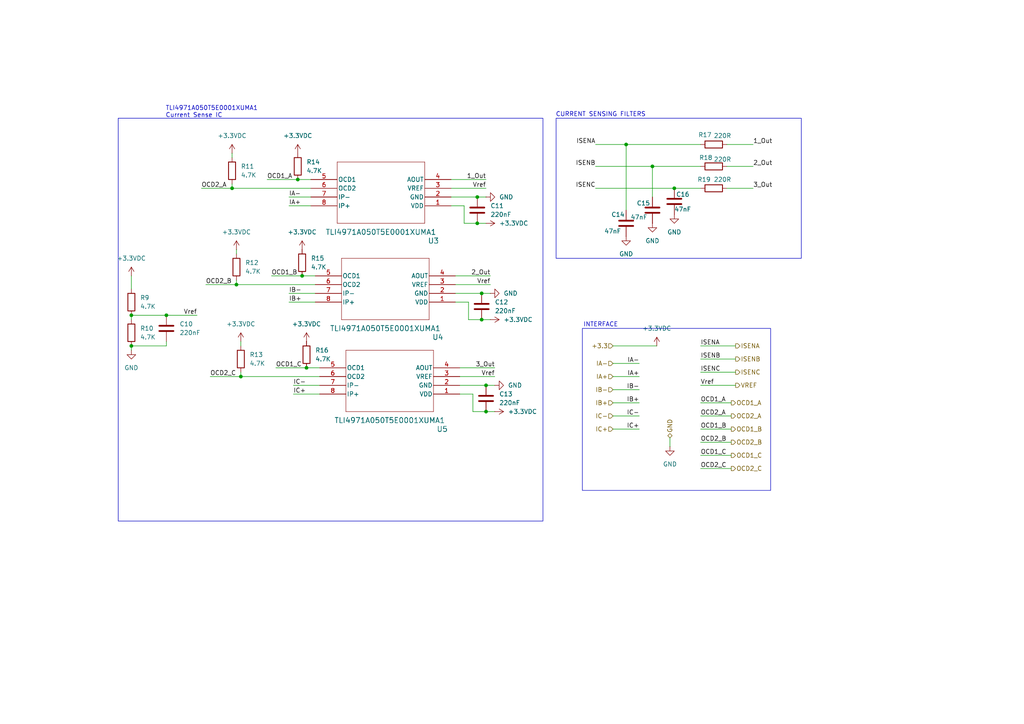
<source format=kicad_sch>
(kicad_sch (version 20250114) (generator "eeschema") (generator_version "9.0")
  (paper "A4")
  (title_block (date "2025-04-19") (rev "1"))
  (lib_symbols
    (symbol "Current Sense TLI4971A:TLI4971A120T5UE0001XUMA1" (pin_names (offset 0.254))
      (property "Reference" "U" (at 20.32 10.16 0))
      (property "Value" "TLI4971A120T5UE0001XUMA1" (at 20.32 7.62 0))
      (symbol "TLI4971A120T5UE0001XUMA1_0_1"
        (polyline (pts (xy 7.62 5.08) (xy 7.62 -12.7)) (stroke (width 0.127)))
        (polyline (pts (xy 7.62 -12.7) (xy 33.02 -12.7)) (stroke (width 0.127)))
        (polyline (pts (xy 33.02 5.08) (xy 7.62 5.08)) (stroke (width 0.127)))
        (polyline (pts (xy 33.02 -12.7) (xy 33.02 5.08)) (stroke (width 0.127)))
        (pin power_in line (at 0 0 0) (length 7.62) (name "VDD") (number "1"))
        (pin power_in line (at 0 -2.54 0) (length 7.62) (name "GND") (number "2"))
        (pin power_in line (at 0 -5.08 0) (length 7.62) (name "VREF") (number "3"))
        (pin output line (at 0 -7.62 0) (length 7.62) (name "AOUT") (number "4"))
        (pin power_in line (at 40.64 0 180) (length 7.62) (name "IP+") (number "8"))
        (pin power_in line (at 40.64 -2.54 180) (length 7.62) (name "IP-") (number "7"))
        (pin output line (at 40.64 -5.08 180) (length 7.62) (name "OCD2") (number "6"))
        (pin output line (at 40.64 -7.62 180) (length 7.62) (name "OCD1") (number "5"))
      )
    )
    (symbol "Device:C" (pin_numbers (hide yes)) (pin_names (offset 0.254))
      (property "Reference" "C" (at 0.635 2.54 0))
      (property "Value" "C" (at 0.635 -2.54 0))
      (symbol "C_0_1"
        (polyline (pts (xy -2.032 0.762) (xy 2.032 0.762)) (stroke (width 0.508)))
        (polyline (pts (xy -2.032 -0.762) (xy 2.032 -0.762)) (stroke (width 0.508)))
      )
      (symbol "C_1_1"
        (pin passive line (at 0 3.81 270) (length 2.794) (name "~") (number "1"))
        (pin passive line (at 0 -3.81 90) (length 2.794) (name "~") (number "2"))
      )
    )
    (symbol "Device:R" (pin_numbers (hide yes)) (pin_names (offset 0))
      (property "Reference" "R" (at 2.032 0 90))
      (property "Value" "R" (at 0 0 90))
      (symbol "R_0_1"
        (rectangle (start -1.016 -2.54) (end 1.016 2.54) (stroke (width 0.254)))
      )
      (symbol "R_1_1"
        (pin passive line (at 0 3.81 270) (length 1.27) (name "~") (number "1"))
        (pin passive line (at 0 -3.81 90) (length 1.27) (name "~") (number "2"))
      )
    )
    (symbol "power:+3.3V" (power) (pin_numbers (hide yes)) (pin_names (offset 0) (hide yes))
      (property "Value" "+3.3V" (at 0 3.556 0))
      (symbol "+3.3V_0_1"
        (polyline (pts (xy -0.762 1.27) (xy 0 2.54)))
        (polyline (pts (xy 0 2.54) (xy 0.762 1.27)))
        (polyline (pts (xy 0 0) (xy 0 2.54)))
      )
      (symbol "+3.3V_1_1"
        (pin power_in line (at 0 0 90) (length 0) (name "~") (number "1"))
      )
    )
    (symbol "power:GND" (power) (pin_numbers (hide yes)) (pin_names (offset 0) (hide yes))
      (property "Value" "GND" (at 0 -3.81 0))
      (symbol "GND_0_1"
        (polyline (pts (xy 0 0) (xy 0 -1.27) (xy 1.27 -1.27) (xy 0 -2.54) (xy -1.27 -1.27) (xy 0 -1.27)))
      )
      (symbol "GND_1_1"
        (pin power_in line (at 0 0 270) (length 0) (name "~") (number "1"))
      )
    )
  )
  (rectangle (start 168.91 95.25) (end 223.52 142.24))
  (rectangle (start 161.29 34.29) (end 232.41 74.93))
  (rectangle (start 34.29 34.29) (end 157.48 151.13))
  (text "CURRENT SENSING FILTERS" (at 174.244 33.274 0) (effects (font (size 1.27 1.27))))
  (text "INTERFACE" (at 174.244 94.234 0) (effects (font (size 1.27 1.27))))
  (text "TLI4971A050T5E0001XUMA1\nCurrent Sense IC" (at 48.006 32.512 0) (effects (font (size 1.27 1.27)) (justify left)))
  (junction (at 67.31 54.61))
  (junction (at 38.1 91.44))
  (junction (at 140.97 119.38))
  (junction (at 138.43 64.77))
  (junction (at 140.97 111.76))
  (junction (at 87.63 80.01))
  (junction (at 139.7 92.71))
  (junction (at 195.58 54.61))
  (junction (at 68.58 82.55))
  (junction (at 88.9 106.68))
  (junction (at 189.23 48.26))
  (junction (at 86.36 52.07))
  (junction (at 139.7 85.09))
  (junction (at 69.85 109.22))
  (junction (at 138.43 57.15))
  (junction (at 48.26 91.44))
  (junction (at 38.1 100.33))
  (junction (at 181.61 41.91))
  (wire (pts (xy 133.35 106.68) (xy 143.51 106.68)))
  (wire (pts (xy 181.61 41.91) (xy 181.61 60.96)))
  (wire (pts (xy 134.62 59.69) (xy 130.81 59.69)))
  (wire (pts (xy 67.31 54.61) (xy 90.17 54.61)))
  (wire (pts (xy 92.71 111.76) (xy 85.09 111.76)))
  (wire (pts (xy 210.82 54.61) (xy 218.44 54.61)))
  (wire (pts (xy 185.42 120.65) (xy 177.8 120.65)))
  (wire (pts (xy 143.51 111.76) (xy 140.97 111.76)))
  (wire (pts (xy 132.08 80.01) (xy 142.24 80.01)))
  (wire (pts (xy 77.47 52.07) (xy 86.36 52.07)))
  (wire (pts (xy 69.85 107.95) (xy 69.85 109.22)))
  (wire (pts (xy 138.43 64.77) (xy 134.62 64.77)))
  (wire (pts (xy 189.23 48.26) (xy 189.23 57.15)))
  (wire (pts (xy 83.82 87.63) (xy 91.44 87.63)))
  (wire (pts (xy 172.72 48.26) (xy 189.23 48.26)))
  (wire (pts (xy 38.1 100.33) (xy 38.1 101.6)))
  (wire (pts (xy 130.81 52.07) (xy 140.97 52.07)))
  (wire (pts (xy 68.58 81.28) (xy 68.58 82.55)))
  (wire (pts (xy 210.82 41.91) (xy 218.44 41.91)))
  (wire (pts (xy 38.1 91.44) (xy 48.26 91.44)))
  (wire (pts (xy 142.24 92.71) (xy 139.7 92.71)))
  (wire (pts (xy 203.2 116.84) (xy 212.09 116.84)))
  (wire (pts (xy 142.24 85.09) (xy 139.7 85.09)))
  (wire (pts (xy 142.24 82.55) (xy 132.08 82.55)))
  (wire (pts (xy 90.17 59.69) (xy 83.82 59.69)))
  (wire (pts (xy 90.17 57.15) (xy 83.82 57.15)))
  (wire (pts (xy 177.8 100.33) (xy 190.5 100.33)))
  (wire (pts (xy 140.97 54.61) (xy 130.81 54.61)))
  (wire (pts (xy 137.16 119.38) (xy 137.16 114.3)))
  (wire (pts (xy 134.62 64.77) (xy 134.62 59.69)))
  (wire (pts (xy 85.09 114.3) (xy 92.71 114.3)))
  (wire (pts (xy 91.44 80.01) (xy 87.63 80.01)))
  (wire (pts (xy 213.36 100.33) (xy 203.2 100.33)))
  (wire (pts (xy 185.42 116.84) (xy 177.8 116.84)))
  (wire (pts (xy 68.58 72.39) (xy 68.58 73.66)))
  (wire (pts (xy 185.42 105.41) (xy 177.8 105.41)))
  (wire (pts (xy 59.69 82.55) (xy 68.58 82.55)))
  (wire (pts (xy 203.2 132.08) (xy 212.09 132.08)))
  (wire (pts (xy 69.85 99.06) (xy 69.85 100.33)))
  (wire (pts (xy 140.97 111.76) (xy 133.35 111.76)))
  (wire (pts (xy 135.89 92.71) (xy 135.89 87.63)))
  (wire (pts (xy 143.51 109.22) (xy 133.35 109.22)))
  (wire (pts (xy 58.42 54.61) (xy 67.31 54.61)))
  (wire (pts (xy 185.42 109.22) (xy 177.8 109.22)))
  (wire (pts (xy 137.16 114.3) (xy 133.35 114.3)))
  (wire (pts (xy 67.31 53.34) (xy 67.31 54.61)))
  (wire (pts (xy 203.2 111.76) (xy 213.36 111.76)))
  (wire (pts (xy 140.97 57.15) (xy 138.43 57.15)))
  (wire (pts (xy 143.51 119.38) (xy 140.97 119.38)))
  (wire (pts (xy 140.97 119.38) (xy 137.16 119.38)))
  (wire (pts (xy 48.26 99.06) (xy 48.26 100.33)))
  (wire (pts (xy 80.01 106.68) (xy 88.9 106.68)))
  (wire (pts (xy 203.2 135.89) (xy 212.09 135.89)))
  (wire (pts (xy 48.26 91.44) (xy 57.15 91.44)))
  (wire (pts (xy 68.58 82.55) (xy 91.44 82.55)))
  (wire (pts (xy 172.72 54.61) (xy 195.58 54.61)))
  (wire (pts (xy 69.85 109.22) (xy 92.71 109.22)))
  (wire (pts (xy 78.74 80.01) (xy 87.63 80.01)))
  (wire (pts (xy 203.2 48.26) (xy 189.23 48.26)))
  (wire (pts (xy 213.36 107.95) (xy 203.2 107.95)))
  (wire (pts (xy 203.2 124.46) (xy 212.09 124.46)))
  (wire (pts (xy 139.7 85.09) (xy 132.08 85.09)))
  (wire (pts (xy 92.71 106.68) (xy 88.9 106.68)))
  (wire (pts (xy 140.97 64.77) (xy 138.43 64.77)))
  (wire (pts (xy 213.36 104.14) (xy 203.2 104.14)))
  (wire (pts (xy 38.1 80.01) (xy 38.1 83.82)))
  (wire (pts (xy 67.31 44.45) (xy 67.31 45.72)))
  (wire (pts (xy 139.7 92.71) (xy 135.89 92.71)))
  (wire (pts (xy 203.2 120.65) (xy 212.09 120.65)))
  (wire (pts (xy 210.82 48.26) (xy 218.44 48.26)))
  (wire (pts (xy 194.31 127) (xy 194.31 129.54)))
  (wire (pts (xy 38.1 91.44) (xy 38.1 92.71)))
  (wire (pts (xy 185.42 124.46) (xy 177.8 124.46)))
  (wire (pts (xy 90.17 52.07) (xy 86.36 52.07)))
  (wire (pts (xy 203.2 128.27) (xy 212.09 128.27)))
  (wire (pts (xy 172.72 41.91) (xy 181.61 41.91)))
  (wire (pts (xy 135.89 87.63) (xy 132.08 87.63)))
  (wire (pts (xy 203.2 41.91) (xy 181.61 41.91)))
  (wire (pts (xy 83.82 85.09) (xy 91.44 85.09)))
  (wire (pts (xy 185.42 113.03) (xy 177.8 113.03)))
  (wire (pts (xy 38.1 100.33) (xy 48.26 100.33)))
  (wire (pts (xy 138.43 57.15) (xy 130.81 57.15)))
  (wire (pts (xy 195.58 54.61) (xy 203.2 54.61)))
  (wire (pts (xy 60.96 109.22) (xy 69.85 109.22)))
  (label "OCD2_A" (at 58.42 54.61 0))
  (label "OCD2_B" (at 203.2 128.27 0))
  (label "OCD2_A" (at 203.2 120.65 0))
  (label "OCD2_B" (at 59.69 82.55 0))
  (label "OCD1_C" (at 80.01 106.68 0))
  (label "Vref" (at 203.2 111.76 0))
  (label "Vref" (at 57.15 91.44 180))
  (label "IB-" (at 185.42 113.03 180))
  (label "IA-" (at 185.42 105.41 180))
  (label "OCD1_A" (at 77.47 52.07 0))
  (label "Vref" (at 142.24 82.55 180))
  (label "OCD2_C" (at 60.96 109.22 0))
  (label "3_Out" (at 143.51 106.68 180))
  (label "IA+" (at 185.42 109.22 180))
  (label "ISENB" (at 172.72 48.26 180))
  (label "OCD1_B" (at 78.74 80.01 0))
  (label "OCD1_B" (at 203.2 124.46 0))
  (label "2_Out" (at 218.44 48.26 0))
  (label "OCD2_C" (at 203.2 135.89 0))
  (label "1_Out" (at 140.97 52.07 180))
  (label "IC+" (at 185.42 124.46 180))
  (label "IA-" (at 83.82 57.15 0))
  (label "ISENB" (at 203.2 104.14 0))
  (label "OCD1_C" (at 203.2 132.08 0))
  (label "IB+" (at 83.82 87.63 0))
  (label "ISENA" (at 203.2 100.33 0))
  (label "IB-" (at 83.82 85.09 0))
  (label "3_Out" (at 218.44 54.61 0))
  (label "ISENA" (at 172.72 41.91 180))
  (label "Vref" (at 143.51 109.22 180))
  (label "IC+" (at 85.09 114.3 0))
  (label "ISENC" (at 203.2 107.95 0))
  (label "IC-" (at 85.09 111.76 0))
  (label "1_Out" (at 218.44 41.91 0))
  (label "IA+" (at 83.82 59.69 0))
  (label "OCD1_A" (at 203.2 116.84 0))
  (label "Vref" (at 140.97 54.61 180))
  (label "ISENC" (at 172.72 54.61 180))
  (label "IC-" (at 185.42 120.65 180))
  (label "2_Out" (at 142.24 80.01 180))
  (label "IB+" (at 185.42 116.84 180))
  (hierarchical_label "ISENB" (shape output) (at 213.36 104.14 0))
  (hierarchical_label "VREF" (shape output) (at 213.36 111.76 0))
  (hierarchical_label "IB+" (shape input) (at 177.8 116.84 180))
  (hierarchical_label "IC-" (shape input) (at 177.8 120.65 180))
  (hierarchical_label "IC+" (shape input) (at 177.8 124.46 180))
  (hierarchical_label "OCD1_C" (shape output) (at 212.09 132.08 0))
  (hierarchical_label "OCD2_B" (shape output) (at 212.09 128.27 0))
  (hierarchical_label "OCD1_B" (shape output) (at 212.09 124.46 0))
  (hierarchical_label "OCD2_C" (shape output) (at 212.09 135.89 0))
  (hierarchical_label "IA-" (shape input) (at 177.8 105.41 180))
  (hierarchical_label "IB-" (shape input) (at 177.8 113.03 180))
  (hierarchical_label "ISENA" (shape output) (at 213.36 100.33 0))
  (hierarchical_label "OCD2_A" (shape output) (at 212.09 120.65 0))
  (hierarchical_label "GND" (shape bidirectional) (at 194.31 127 90))
  (hierarchical_label "IA+" (shape input) (at 177.8 109.22 180))
  (hierarchical_label "ISENC" (shape output) (at 213.36 107.95 0))
  (hierarchical_label "+3.3" (shape input) (at 177.8 100.33 180))
  (hierarchical_label "OCD1_A" (shape output) (at 212.09 116.84 0))
  (symbol (lib_id "Device:R") (at 86.36 48.26 0) (unit 1)
    (property "Reference" "R14" (at 88.9 46.9899 0) (effects (justify left)))
    (property "Value" "4.7K" (at 88.9 49.5299 0) (effects (justify left)))
    (property "Footprint" "Resistor_SMD:R_0805_2012Metric" (effects (hide yes)))
    (property "Description" "Resistor" (effects (hide yes)))
    (property "Part Number" "CRCW08054K70FKEAC" (effects (hide yes)))
  )
  (symbol (lib_id "Device:C") (at 181.61 64.77 0) (unit 1)
    (property "Reference" "C14" (at 177.292 62.23 0) (effects (justify left)))
    (property "Value" "47nF" (at 175.26 67.056 0) (effects (justify left)))
    (property "Footprint" "Capacitor_SMD:C_0805_2012Metric" (effects (hide yes)))
    (property "Description" "CAP CER 50V" (effects (hide yes)))
    (property "Part Number" "C0805C473K5RACTU" (effects (hide yes)))
  )
  (symbol (lib_id "power:+3.3V") (at 68.58 72.39 0) (unit 1)
    (property "Reference" "#PWR033" (effects (hide yes)))
    (property "Value" "+3.3VDC" (at 68.58 67.31 0))
    (property "Description" "Power symbol creates a global label with name \"+3.3V\"" (effects (hide yes)))
  )
  (symbol (lib_id "power:GND") (at 143.51 111.76 90) (unit 1)
    (property "Reference" "#PWR045" (effects (hide yes)))
    (property "Value" "GND" (at 147.32 111.7601 90) (effects (justify right)))
    (property "Description" "Power symbol creates a global label with name \"GND\" , ground" (effects (hide yes)))
  )
  (symbol (lib_id "power:+3.3V") (at 86.36 44.45 0) (unit 1)
    (property "Reference" "#PWR038" (effects (hide yes)))
    (property "Value" "+3.3VDC" (at 86.36 39.37 0))
    (property "Description" "Power symbol creates a global label with name \"+3.3V\"" (effects (hide yes)))
  )
  (symbol (lib_id "power:+3.3V") (at 190.5 100.33 0) (unit 1)
    (property "Reference" "#PWR040" (effects (hide yes)))
    (property "Value" "+3.3VDC" (at 190.5 95.25 0))
    (property "Description" "Power symbol creates a global label with name \"+3.3V\"" (effects (hide yes)))
  )
  (symbol (lib_id "power:+3.3V") (at 142.24 92.71 270) (unit 1)
    (property "Reference" "#PWR0104" (effects (hide yes)))
    (property "Value" "+3.3VDC" (at 146.05 92.7099 90) (effects (justify left)))
    (property "Description" "Power symbol creates a global label with name \"+3.3V\"" (effects (hide yes)))
  )
  (symbol (lib_id "power:+3.3V") (at 87.63 72.39 0) (unit 1)
    (property "Reference" "#PWR036" (effects (hide yes)))
    (property "Value" "+3.3VDC" (at 87.63 67.31 0))
    (property "Description" "Power symbol creates a global label with name \"+3.3V\"" (effects (hide yes)))
  )
  (symbol (lib_id "Device:R") (at 88.9 102.87 0) (unit 1)
    (property "Reference" "R16" (at 91.44 101.5999 0) (effects (justify left)))
    (property "Value" "4.7K" (at 91.44 104.1399 0) (effects (justify left)))
    (property "Footprint" "Resistor_SMD:R_0805_2012Metric" (effects (hide yes)))
    (property "Description" "Resistor" (effects (hide yes)))
    (property "Part Number" "CRCW08054K70FKEAC" (effects (hide yes)))
  )
  (symbol (lib_id "power:+3.3V") (at 67.31 44.45 0) (unit 1)
    (property "Reference" "#PWR035" (effects (hide yes)))
    (property "Value" "+3.3VDC" (at 67.31 39.37 0))
    (property "Description" "Power symbol creates a global label with name \"+3.3V\"" (effects (hide yes)))
  )
  (symbol (lib_id "power:GND") (at 181.61 68.58 0) (unit 1)
    (property "Reference" "#PWR047" (effects (hide yes)))
    (property "Value" "GND" (at 181.61 73.66 0))
    (property "Description" "Power symbol creates a global label with name \"GND\" , ground" (effects (hide yes)))
  )
  (symbol (lib_id "power:GND") (at 194.31 129.54 0) (unit 1)
    (property "Reference" "#PWR050" (effects (hide yes)))
    (property "Value" "GND" (at 194.31 134.62 0))
    (property "Description" "Power symbol creates a global label with name \"GND\" , ground" (effects (hide yes)))
  )
  (symbol (lib_id "Device:R") (at 38.1 87.63 0) (unit 1)
    (property "Reference" "R9" (at 40.64 86.3599 0) (effects (justify left)))
    (property "Value" "4.7K" (at 40.64 88.8999 0) (effects (justify left)))
    (property "Footprint" "Resistor_SMD:R_0805_2012Metric" (effects (hide yes)))
    (property "Description" "Resistor" (effects (hide yes)))
    (property "Part Number" "CRCW08054K70FKEAC" (effects (hide yes)))
  )
  (symbol (lib_id "power:GND") (at 195.58 62.23 0) (unit 1)
    (property "Reference" "#PWR051" (effects (hide yes)))
    (property "Value" "GND" (at 195.58 67.31 0))
    (property "Description" "Power symbol creates a global label with name \"GND\" , ground" (effects (hide yes)))
  )
  (symbol (lib_id "Device:R") (at 69.85 104.14 0) (unit 1)
    (property "Reference" "R13" (at 72.39 102.8699 0) (effects (justify left)))
    (property "Value" "4.7K" (at 72.39 105.4099 0) (effects (justify left)))
    (property "Footprint" "Resistor_SMD:R_0805_2012Metric" (effects (hide yes)))
    (property "Description" "Resistor" (effects (hide yes)))
    (property "Part Number" "CRCW08054K70FKEAC" (effects (hide yes)))
  )
  (symbol (lib_id "Device:C") (at 139.7 88.9 0) (unit 1)
    (property "Reference" "C12" (at 143.51 87.6299 0) (effects (justify left)))
    (property "Value" "220nF" (at 143.51 90.1699 0) (effects (justify left)))
    (property "Footprint" "Capacitor_SMD:C_0603_1608Metric" (effects (hide yes)))
    (property "Description" "Unpolarized capacitor 220nf, 25V" (effects (hide yes)))
    (property "Part Number" "CL21B224KAFNNNE" (effects (hide yes)))
  )
  (symbol (lib_id "Device:R") (at 207.01 41.91 270) (unit 1)
    (property "Reference" "R17" (at 204.47 39.116 90))
    (property "Value" "220R" (at 209.55 39.37 90))
    (property "Footprint" "Resistor_SMD:R_0805_2012Metric" (effects (hide yes)))
    (property "Datasheet" "CRGCQ0805F220R" (effects (hide yes)))
    (property "Description" "RES SMD 220 OHM 5% 1/8W 0805" (effects (hide yes)))
    (property "Part Number" "CRGCQ0805F220R" (effects (hide yes)))
  )
  (symbol (lib_id "Device:R") (at 87.63 76.2 0) (unit 1)
    (property "Reference" "R15" (at 90.17 74.9299 0) (effects (justify left)))
    (property "Value" "4.7K" (at 90.17 77.4699 0) (effects (justify left)))
    (property "Footprint" "Resistor_SMD:R_0805_2012Metric" (effects (hide yes)))
    (property "Description" "Resistor" (effects (hide yes)))
    (property "Part Number" "CRCW08054K70FKEAC" (effects (hide yes)))
  )
  (symbol (lib_id "power:+3.3V") (at 88.9 99.06 0) (unit 1)
    (property "Reference" "#PWR039" (effects (hide yes)))
    (property "Value" "+3.3VDC" (at 88.9 93.98 0))
    (property "Description" "Power symbol creates a global label with name \"+3.3V\"" (effects (hide yes)))
  )
  (symbol (lib_id "Device:C") (at 195.58 58.42 0) (unit 1)
    (property "Reference" "C16" (at 196.088 56.388 0) (effects (justify left)))
    (property "Value" "47nF" (at 195.58 60.706 0) (effects (justify left)))
    (property "Footprint" "Capacitor_SMD:C_0805_2012Metric" (effects (hide yes)))
    (property "Description" "CAP CER 50V" (effects (hide yes)))
    (property "Part Number" "C0805C473K5RACTU" (effects (hide yes)))
  )
  (symbol (lib_id "Device:C") (at 189.23 60.96 0) (unit 1)
    (property "Reference" "C15" (at 184.658 58.928 0) (effects (justify left)))
    (property "Value" "47nF" (at 182.88 62.992 0) (effects (justify left)))
    (property "Footprint" "Capacitor_SMD:C_0805_2012Metric" (effects (hide yes)))
    (property "Description" "CAP CER 50V" (effects (hide yes)))
    (property "Part Number" "C0805C473K5RACTU" (effects (hide yes)))
  )
  (symbol (lib_id "power:GND") (at 189.23 64.77 0) (unit 1)
    (property "Reference" "#PWR048" (effects (hide yes)))
    (property "Value" "GND" (at 189.23 69.85 0))
    (property "Description" "Power symbol creates a global label with name \"GND\" , ground" (effects (hide yes)))
  )
  (symbol (lib_id "Device:C") (at 140.97 115.57 0) (unit 1)
    (property "Reference" "C13" (at 144.78 114.2999 0) (effects (justify left)))
    (property "Value" "220nF" (at 144.78 116.8399 0) (effects (justify left)))
    (property "Footprint" "Capacitor_SMD:C_0603_1608Metric" (effects (hide yes)))
    (property "Description" "Unpolarized capacitor 220nf, 25V" (effects (hide yes)))
    (property "Part Number" "CL21B224KAFNNNE" (effects (hide yes)))
  )
  (symbol (lib_id "Device:R") (at 207.01 48.26 270) (unit 1)
    (property "Reference" "R18" (at 204.724 45.72 90))
    (property "Value" "220R" (at 209.55 46.228 90))
    (property "Footprint" "Resistor_SMD:R_0805_2012Metric" (effects (hide yes)))
    (property "Datasheet" "CRGCQ0805F220R" (effects (hide yes)))
    (property "Description" "RES SMD 220 OHM 5% 1/8W 0805" (effects (hide yes)))
    (property "Part Number" "CRGCQ0805F220R" (effects (hide yes)))
  )
  (symbol (lib_id "power:GND") (at 140.97 57.15 90) (unit 1)
    (property "Reference" "#PWR041" (effects (hide yes)))
    (property "Value" "GND" (at 144.78 57.1501 90) (effects (justify right)))
    (property "Description" "Power symbol creates a global label with name \"GND\" , ground" (effects (hide yes)))
  )
  (symbol (lib_id "Device:R") (at 68.58 77.47 0) (unit 1)
    (property "Reference" "R12" (at 71.12 76.1999 0) (effects (justify left)))
    (property "Value" "4.7K" (at 71.12 78.7399 0) (effects (justify left)))
    (property "Footprint" "Resistor_SMD:R_0805_2012Metric" (effects (hide yes)))
    (property "Description" "Resistor" (effects (hide yes)))
    (property "Part Number" "CRCW08054K70FKEAC" (effects (hide yes)))
  )
  (symbol (lib_id "Device:R") (at 207.01 54.61 270) (unit 1)
    (property "Reference" "R19" (at 204.216 52.07 90))
    (property "Value" "220R" (at 209.55 52.07 90))
    (property "Footprint" "Resistor_SMD:R_0805_2012Metric" (effects (hide yes)))
    (property "Datasheet" "CRGCQ0805F220R" (effects (hide yes)))
    (property "Description" "RES SMD 220 OHM 5% 1/8W 0805" (effects (hide yes)))
    (property "Part Number" "CRGCQ0805F220R" (effects (hide yes)))
  )
  (symbol (lib_id "Device:R") (at 38.1 96.52 0) (unit 1)
    (property "Reference" "R10" (at 40.64 95.2499 0) (effects (justify left)))
    (property "Value" "4.7K" (at 40.64 97.7899 0) (effects (justify left)))
    (property "Footprint" "Resistor_SMD:R_0805_2012Metric" (effects (hide yes)))
    (property "Description" "Resistor" (effects (hide yes)))
    (property "Part Number" "CRCW08054K70FKEAC" (effects (hide yes)))
  )
  (symbol (lib_id "power:+3.3V") (at 143.51 119.38 270) (unit 1)
    (property "Reference" "#PWR0106" (effects (hide yes)))
    (property "Value" "+3.3VDC" (at 147.32 119.3799 90) (effects (justify left)))
    (property "Description" "Power symbol creates a global label with name \"+3.3V\"" (effects (hide yes)))
  )
  (symbol (lib_id "power:+3.3V") (at 140.97 64.77 270) (unit 1)
    (property "Reference" "#PWR0105" (effects (hide yes)))
    (property "Value" "+3.3VDC" (at 144.78 64.7699 90) (effects (justify left)))
    (property "Description" "Power symbol creates a global label with name \"+3.3V\"" (effects (hide yes)))
  )
  (symbol (lib_id "power:+3.3V") (at 69.85 99.06 0) (unit 1)
    (property "Reference" "#PWR037" (effects (hide yes)))
    (property "Value" "+3.3VDC" (at 69.85 93.98 0))
    (property "Description" "Power symbol creates a global label with name \"+3.3V\"" (effects (hide yes)))
  )
  (symbol (lib_id "power:GND") (at 38.1 101.6 0) (unit 1)
    (property "Reference" "#PWR034" (effects (hide yes)))
    (property "Value" "GND" (at 38.1 106.68 0))
    (property "Description" "Power symbol creates a global label with name \"GND\" , ground" (effects (hide yes)))
  )
  (symbol (lib_id "Current Sense TLI4971A:TLI4971A120T5UE0001XUMA1") (at 130.81 59.69 180) (unit 1)
    (property "Reference" "U3" (at 125.73 69.85 0) (effects (font (size 1.524 1.524))))
    (property "Value" "TLI4971A050T5E0001XUMA1" (at 110.49 67.31 0) (effects (font (size 1.524 1.524))))
    (property "Footprint" "TLI4971A:TLI4971A050T5UE0001XUMA1" (effects (hide yes)))
    (property "Datasheet" "https://www.infineon.com/dgdl/Infineon-TLI4971_25_50_75_120-DataSheet-v01_20-EN.pdf?fileId=5546d462700c0ae6017034d731621b09" (effects (hide yes)))
    (property "Description" "SENSOR CURRENT HALL 50A 8TISON" (effects (hide yes)))
    (property "Part Number" "TLI4971A050T5E0001XUMA1" (effects (hide yes)))
  )
  (symbol (lib_id "Current Sense TLI4971A:TLI4971A120T5UE0001XUMA1") (at 132.08 87.63 180) (unit 1)
    (property "Reference" "U4" (at 127 97.79 0) (effects (font (size 1.524 1.524))))
    (property "Value" "TLI4971A050T5E0001XUMA1" (at 111.76 95.25 0) (effects (font (size 1.524 1.524))))
    (property "Footprint" "TLI4971A:TLI4971A050T5UE0001XUMA1" (effects (hide yes)))
    (property "Datasheet" "https://www.infineon.com/dgdl/Infineon-TLI4971_25_50_75_120-DataSheet-v01_20-EN.pdf?fileId=5546d462700c0ae6017034d731621b09" (effects (hide yes)))
    (property "Description" "SENSOR CURRENT HALL 50A 8TISON" (effects (hide yes)))
    (property "Part Number" "TLI4971A050T5E0001XUMA1" (effects (hide yes)))
  )
  (symbol (lib_id "Device:C") (at 48.26 95.25 0) (unit 1)
    (property "Reference" "C10" (at 52.07 93.9799 0) (effects (justify left)))
    (property "Value" "220nF" (at 52.07 96.5199 0) (effects (justify left)))
    (property "Footprint" "Capacitor_SMD:C_0603_1608Metric" (effects (hide yes)))
    (property "Description" "Unpolarized capacitor 220nf, 25V" (effects (hide yes)))
    (property "Part Number" "CL21B224KAFNNNE" (effects (hide yes)))
  )
  (symbol (lib_id "power:+3.3V") (at 38.1 80.01 0) (unit 1)
    (property "Reference" "#PWR020" (effects (hide yes)))
    (property "Value" "+3.3VDC" (at 38.1 74.93 0))
    (property "Description" "Power symbol creates a global label with name \"+3.3V\"" (effects (hide yes)))
  )
  (symbol (lib_id "Device:R") (at 67.31 49.53 0) (unit 1)
    (property "Reference" "R11" (at 69.85 48.2599 0) (effects (justify left)))
    (property "Value" "4.7K" (at 69.85 50.7999 0) (effects (justify left)))
    (property "Footprint" "Resistor_SMD:R_0805_2012Metric" (effects (hide yes)))
    (property "Description" "Resistor" (effects (hide yes)))
    (property "Part Number" "CRCW08054K70FKEAC" (effects (hide yes)))
  )
  (symbol (lib_id "power:GND") (at 142.24 85.09 90) (unit 1)
    (property "Reference" "#PWR043" (effects (hide yes)))
    (property "Value" "GND" (at 146.05 85.0901 90) (effects (justify right)))
    (property "Description" "Power symbol creates a global label with name \"GND\" , ground" (effects (hide yes)))
  )
  (symbol (lib_id "Device:C") (at 138.43 60.96 0) (unit 1)
    (property "Reference" "C11" (at 142.24 59.6899 0) (effects (justify left)))
    (property "Value" "220nF" (at 142.24 62.2299 0) (effects (justify left)))
    (property "Footprint" "Capacitor_SMD:C_0603_1608Metric" (effects (hide yes)))
    (property "Description" "Unpolarized capacitor 220nf, 25V" (effects (hide yes)))
    (property "Part Number" "CL21B224KAFNNNE" (effects (hide yes)))
  )
  (symbol (lib_id "Current Sense TLI4971A:TLI4971A120T5UE0001XUMA1") (at 133.35 114.3 180) (unit 1)
    (property "Reference" "U5" (at 128.27 124.46 0) (effects (font (size 1.524 1.524))))
    (property "Value" "TLI4971A050T5E0001XUMA1" (at 113.03 121.92 0) (effects (font (size 1.524 1.524))))
    (property "Footprint" "TLI4971A:TLI4971A050T5UE0001XUMA1" (effects (hide yes)))
    (property "Datasheet" "https://www.infineon.com/dgdl/Infineon-TLI4971_25_50_75_120-DataSheet-v01_20-EN.pdf?fileId=5546d462700c0ae6017034d731621b09" (effects (hide yes)))
    (property "Description" "SENSOR CURRENT HALL 50A 8TISON" (effects (hide yes)))
    (property "Part Number" "TLI4971A050T5E0001XUMA1" (effects (hide yes)))
  )
)
</source>
